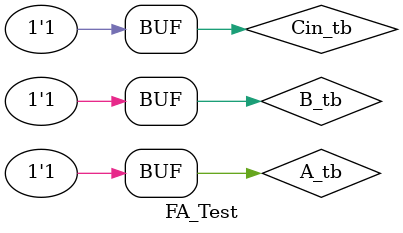
<source format=v>
`timescale 1ns / 1ps


module FA_Test();

    reg A_tb = 0;
    reg B_tb = 0;
    reg Cin_tb = 0;
    wire Sum_tb;
    wire Cout_tb;
    
    FA instant
        (
        .A(A_tb),
        .B(B_tb),
        .Cin(Cin_tb),
        .Sum(Sum_tb),
        .Cout(Cout_tb)
        );
        
    initial
        begin
            A_tb = 1'b0;
            B_tb = 1'b0;
            Cin_tb = 1'b0;
            #10;
            
            A_tb = 1'b0;
            B_tb = 1'b0;
            Cin_tb = 1'b1;
            #10;
            
            A_tb = 1'b0;
            B_tb = 1'b1;
            Cin_tb = 1'b0;
            #10;
            
            A_tb = 1'b0;
            B_tb = 1'b1;
            Cin_tb = 1'b1;
            #10;
            
            A_tb = 1'b1;
            B_tb = 1'b0;
            Cin_tb = 1'b0;
            #10;
            
            A_tb = 1'b1;
            B_tb = 1'b0;
            Cin_tb = 1'b1;
            #10;
            
            A_tb = 1'b1;
            B_tb = 1'b1;
            Cin_tb = 1'b0;
            #10;
            
            A_tb = 1'b1;
            B_tb = 1'b1;
            Cin_tb = 1'b1;
            #10;
            
        end    
endmodule

</source>
